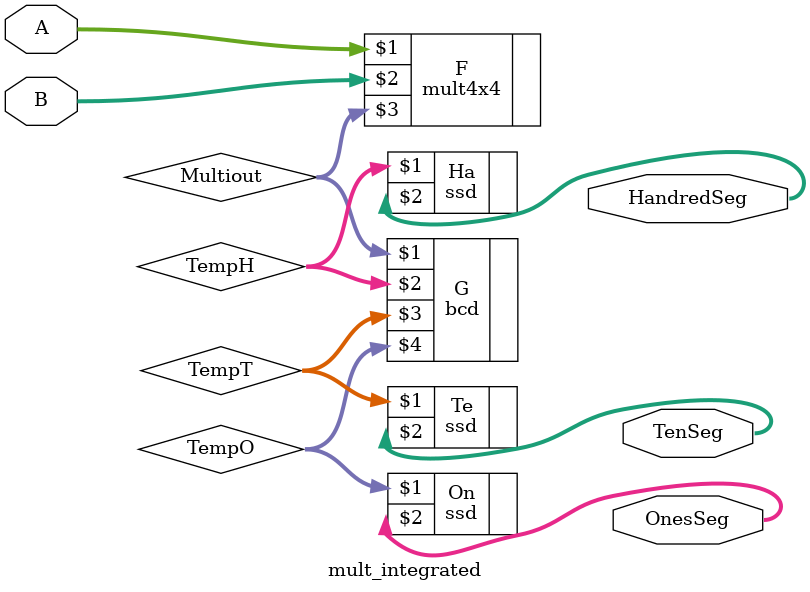
<source format=v>
module mult_integrated (
    	input [3:0] A, B,
	output [6:0] HandredSeg,TenSeg,OnesSeg
);
	wire [3:0] TempH,TempO,TempT; 
    	
   	wire [7:0] Multiout;
	mult4x4 F(A,B,Multiout);
	bcd G (Multiout,TempH,TempT,TempO);
	ssd Ha(TempH,HandredSeg);
	ssd Te(TempT,TenSeg);
	ssd On(TempO,OnesSeg);

endmodule //Main
</source>
